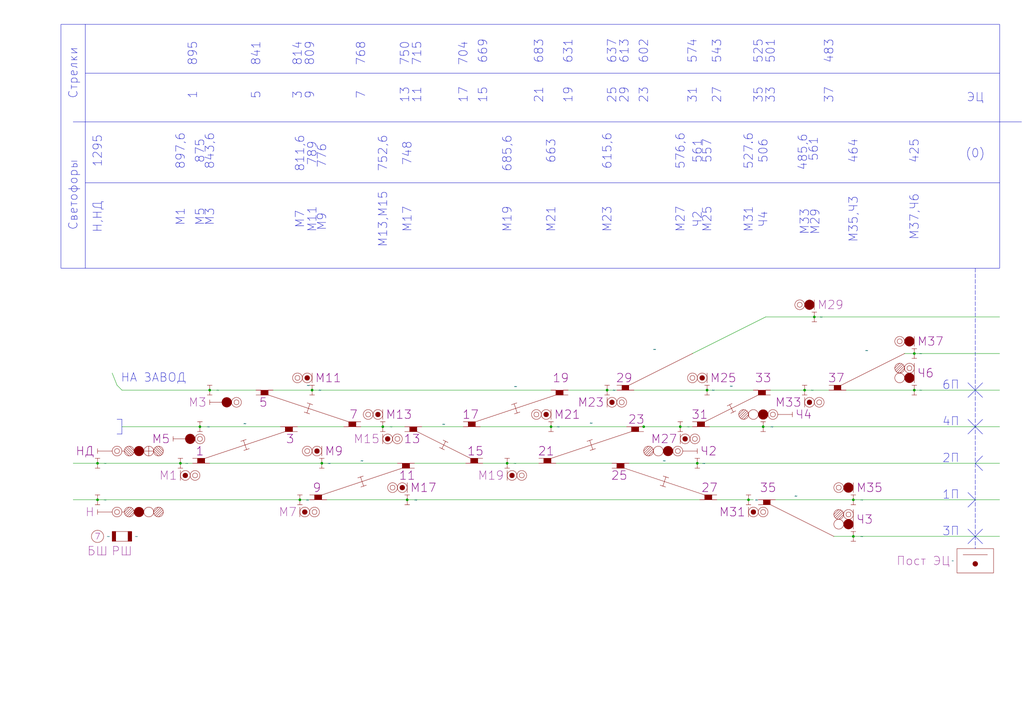
<source format=kicad_sch>
(kicad_sch (version 20231120) (generator "eeschema") (generator_version "8.0")
  (paper "A3")
  (title_block (company "АТ-451") (comment 2 "Михайлов А.К.") (comment 3 "Ворона В.К."))
  (lib_symbols
    (symbol "SCB:Входной" (pin_numbers hide) (pin_names (offset 0) hide)
      (property "Литера" "?" (at 1 0 0))
      (property "ДвухнитеваяК" "2" (at -17 3.5 0))
      (property "ДвухнитеваяЖ" "2" (at -25 3.5 0))
      (property "Двухнитевая2Ж" "2" (at -13 3.5 0))
      (property "ДвухнитеваяЗ" "2" (at -21 3.5 0))
      (property "ДвухнитеваяБ" "2" (at -8 3.5 0))
      (symbol "Входной_0_1"
        (circle (center -21 0) (radius 2))
        (polyline (pts (xy 0 -1) (xy 0 1)))
        (polyline (pts (xy 0 0) (xy -6 0)))
      )
      (symbol "Входной_1_1"
        (unit_name "Без заглушек")
        (circle (center -25 0) (radius 2))
        (circle (center -17 0) (radius 2) (fill (type outline)))
        (circle (center -13 0) (radius 2))
        (circle (center -8 0) (radius 1))
        (circle (center -8 0) (radius 2))
        (polyline (pts (xy -25 2) (xy -27 0)))
        (polyline (pts (xy -24.1875 1.8125) (xy -26.8125 -0.8125)))
        (polyline (pts (xy -23.625 1.375) (xy -26.375 -1.375)))
        (polyline (pts (xy -23.1875 0.8125) (xy -25.8125 -1.8125)))
        (polyline (pts (xy -23 0) (xy -25 -2)))
        (polyline (pts (xy -13 2) (xy -15 0)))
        (polyline (pts (xy -12.1875 1.8125) (xy -14.8125 -0.8125)))
        (polyline (pts (xy -11.625 1.375) (xy -14.375 -1.375)))
        (polyline (pts (xy -11.1875 0.8125) (xy -13.8125 -1.8125)))
        (polyline (pts (xy -11 0) (xy -13 -2)))
        (polyline (pts (xy -10 0) (xy -11 0)))
      )
      (symbol "Входной_2_1"
        (unit_name "Заглушка З")
        (circle (center -25 0) (radius 2))
        (circle (center -17 0) (radius 2) (fill (type outline)))
        (circle (center -13 0) (radius 2))
        (circle (center -8 0) (radius 1))
        (circle (center -8 0) (radius 2))
        (polyline (pts (xy -25 2) (xy -27 0)))
        (polyline (pts (xy -24.1875 1.8125) (xy -26.8125 -0.8125)))
        (polyline (pts (xy -23.625 1.375) (xy -26.375 -1.375)))
        (polyline (pts (xy -23.1875 0.8125) (xy -25.8125 -1.8125)))
        (polyline (pts (xy -23 0) (xy -25 -2)))
        (polyline (pts (xy -21 2) (xy -21 -2)))
        (polyline (pts (xy -19 0) (xy -23 0)))
        (polyline (pts (xy -13 2) (xy -15 0)))
        (polyline (pts (xy -12.1875 1.8125) (xy -14.8125 -0.8125)))
        (polyline (pts (xy -11.625 1.375) (xy -14.375 -1.375)))
        (polyline (pts (xy -11.1875 0.8125) (xy -13.8125 -1.8125)))
        (polyline (pts (xy -11 0) (xy -13 -2)))
        (polyline (pts (xy -10 0) (xy -11 0)))
      )
      (symbol "Входной_3_1"
        (unit_name "Заглушка ЗБ")
        (circle (center -25 0) (radius 2))
        (circle (center -17 0) (radius 2) (fill (type outline)))
        (circle (center -13 0) (radius 2))
        (circle (center -8 0) (radius 1))
        (circle (center -8 0) (radius 2))
        (polyline (pts (xy -25 2) (xy -27 0)))
        (polyline (pts (xy -24.1875 1.8125) (xy -26.8125 -0.8125)))
        (polyline (pts (xy -23.625 1.375) (xy -26.375 -1.375)))
        (polyline (pts (xy -23.1875 0.8125) (xy -25.8125 -1.8125)))
        (polyline (pts (xy -23 0) (xy -25 -2)))
        (polyline (pts (xy -23 0) (xy -19 0)))
        (polyline (pts (xy -21 2) (xy -21 -2)))
        (polyline (pts (xy -13 2) (xy -15 0)))
        (polyline (pts (xy -12.1875 1.8125) (xy -14.8125 -0.8125)))
        (polyline (pts (xy -11.625 1.375) (xy -14.375 -1.375)))
        (polyline (pts (xy -11.1875 0.8125) (xy -13.8125 -1.8125)))
        (polyline (pts (xy -11 0) (xy -13 -2)))
        (polyline (pts (xy -10 0) (xy -11 0)))
        (polyline (pts (xy -8 2) (xy -8 -2)))
        (polyline (pts (xy -6 0) (xy -10 0)))
      )
    )
    (symbol "SCB:Выходной" (pin_numbers hide) (pin_names (offset 0) hide)
      (property "Литера" "?" (at 1 0 0))
      (property "ДвухнитеваяК" "2" (at -12 3.5 0))
      (property "ДвухнитеваяЖ" "2" (at -20 3.5 0))
      (property "ДвухнитеваяЗ" "2" (at -16 3.5 0))
      (property "ДвухнитеваяБ" "2" (at -8 3.5 0))
      (symbol "Выходной_0_1"
        (circle (center -16 0) (radius 2))
        (polyline (pts (xy 0 -1) (xy 0 1)))
        (polyline (pts (xy 0 0) (xy -6 0)))
      )
      (symbol "Выходной_1_1"
        (unit_name "Без заглушек")
        (circle (center -20 0) (radius 2))
        (circle (center -12 0) (radius 2) (fill (type outline)))
        (circle (center -8 0) (radius 1))
        (circle (center -8 0) (radius 2))
        (polyline (pts (xy -20 2) (xy -22 0)))
        (polyline (pts (xy -19.1875 1.8125) (xy -21.8125 -0.8125)))
        (polyline (pts (xy -18.625 1.375) (xy -21.375 -1.375)))
        (polyline (pts (xy -18.1875 0.8125) (xy -20.8125 -1.8125)))
        (polyline (pts (xy -18 0) (xy -20 -2)))
      )
    )
    (symbol "SCB:Выходной_к" (pin_numbers hide) (pin_names (offset 0) hide)
      (property "Литера" "?" (at 1 0 0))
      (property "ДвухнитеваяК" "2" (at -2 -5.5 0))
      (property "ДвухнитеваяЖ" "2" (at -6 -5.5 0))
      (property "ДвухнитеваяЗ" "2" (at -6 5.5 0))
      (property "ДвухнитеваяБ" "2" (at -2 5.5 0))
      (symbol "Выходной_к_0_1"
        (circle (center -6 -2) (radius 2))
        (polyline (pts (xy 0 4) (xy 0 -4)))
      )
      (symbol "Выходной_к_1_1"
        (unit_name "Без заглушек")
        (circle (center -6 2) (radius 2))
        (circle (center -2 -2) (radius 2) (fill (type outline)))
        (circle (center -2 2) (radius 1))
        (circle (center -2 2) (radius 2))
        (polyline (pts (xy -6 4) (xy -8 2)))
        (polyline (pts (xy -5.1875 3.8125) (xy -7.8125 1.1875)))
        (polyline (pts (xy -4.625 3.375) (xy -7.375 0.625)))
        (polyline (pts (xy -4.1875 2.8125) (xy -6.8125 0.1875)))
        (polyline (pts (xy -4 2) (xy -6 0)))
      )
    )
    (symbol "SCB:Изостык" (pin_numbers hide) (pin_names (offset 0) hide)
      (symbol "Изостык_0_1"
        (polyline (pts (xy -1 -2) (xy 1 -2)))
        (polyline (pts (xy 0 -2) (xy 0 2)))
        (polyline (pts (xy 1 2) (xy -1 2)))
      )
      (symbol "Изостык_1_1"
        (unit_name "Одиночный")
        (pin unspecified line (at 0 0 90) (length 0) (name "привязка") (number ""))
      )
      (symbol "Изостык_2_1"
        (unit_name "Со светофором")
        (polyline (pts (xy -5 0) (xy 5 0)))
        (pin unspecified line (at 5 0 180) (length 0) (name "") (number ""))
        (pin unspecified line (at -5 0 0) (length 0) (name "привязка") (number ""))
      )
    )
    (symbol "SCB:Маневровый" (pin_numbers hide) (pin_names (offset 0) hide)
      (property "Литера" "?" (at 1 0 0))
      (symbol "Маневровый_0_1"
        (circle (center -11 0) (radius 1))
        (circle (center -11 0) (radius 2))
        (polyline (pts (xy 0 -1) (xy 0 1)))
        (polyline (pts (xy 0 0) (xy -5 0)))
      )
      (symbol "Маневровый_1_1"
        (unit_name "Красный")
        (circle (center -7 0) (radius 2) (fill (type outline)))
      )
      (symbol "Маневровый_2_1"
        (unit_name "Синий")
        (circle (center -7 0) (radius 1) (fill (type outline)))
        (circle (center -7 0) (radius 2))
      )
    )
    (symbol "SCB:Маневровый_к" (pin_numbers hide) (pin_names (offset 0) hide)
      (property "Литера" "?" (at 1 0 0))
      (symbol "Маневровый_к_0_1"
        (circle (center -6 0) (radius 1))
        (circle (center -6 0) (radius 2))
        (polyline (pts (xy 0 -2) (xy 0 2)))
      )
      (symbol "Маневровый_к_1_1"
        (unit_name "Красный")
        (circle (center -2 0) (radius 2) (fill (type outline)))
      )
      (symbol "Маневровый_к_2_1"
        (unit_name "Синий")
        (circle (center -2 0) (radius 1) (fill (type outline)))
        (circle (center -2 0) (radius 2))
      )
    )
    (symbol "SCB:Пост_ЭЦ" (pin_numbers hide) (pin_names (offset 0) hide)
      (property "Помещение" "Пост ЭЦ" (at 10 -5 0))
      (symbol "Пост_ЭЦ_0_1"
        (rectangle (start -7.5 0) (end 7.5 -10))
        (polyline (pts (xy -5 -2.5) (xy 5 -2.5)))
      )
      (symbol "Пост_ЭЦ_1_1"
        (circle (center 0 -6.25) (radius 1) (fill (type outline)))
      )
    )
    (symbol "SCB:Стрелка" (pin_numbers hide) (pin_names (offset 0) hide)
      (property "Номер" "1" (at 6 7 0))
      (symbol "Стрелка_0_1"
        (polyline (pts (xy 0 2) (xy 5 2) (xy 31 15)))
        (pin unspecified line (at 0 0 0) (length 5) (name "~") (number "1"))
        (pin unspecified line (at 31 15 180) (length 0) (name "") (number "2"))
        (pin unspecified line (at 7 0 180) (length 2) (name "~") (number "3"))
      )
      (symbol "Стрелка_2_1"
        (unit_name "К. замок")
        (polyline (pts (xy 2 0) (xy 2 4)))
        (rectangle (start 0 6) (end 2 4))
      )
      (symbol "Стрелка_3_1"
        (unit_name "К. замки")
        (polyline (pts (xy 2 0) (xy 2 4)))
        (rectangle (start 0 6) (end 2 4))
        (rectangle (start 2 6) (end 4 4))
      )
      (symbol "Стрелка_4_1"
        (unit_name "Эл. замок")
        (polyline (pts (xy 2 6) (xy 2 0)))
        (circle (center 2 4) (radius 2))
      )
      (symbol "Стрелка_5_1"
        (unit_name "ЭЦ")
        (rectangle (start 2 2) (end 5 0) (stroke (width -0.0001)) (fill (type outline)))
      )
      (symbol "Стрелка_6_1"
        (unit_name "Изостык")
        (polyline (pts (xy 19.25 11) (xy 17.25 10)))
        (polyline (pts (xy 19.75 7.5) (xy 18.25 10.5)))
        (polyline (pts (xy 20.75 8) (xy 18.75 7)))
        (rectangle (start 2 2) (end 5 0) (stroke (width -0.0001)) (fill (type outline)))
      )
      (symbol "Стрелка_7_1"
        (unit_name "Негабарит")
        (polyline (pts (xy 19.25 11) (xy 17.25 10)))
        (polyline (pts (xy 19.75 7.5) (xy 18.25 10.5)))
        (polyline (pts (xy 20.75 8) (xy 18.75 7)))
        (rectangle (start 2 2) (end 5 0) (stroke (width -0.0001)) (fill (type outline)))
        (circle (center 19 9) (radius 3))
      )
    )
    (symbol "SCB:Стрелка_спаренная" (pin_numbers hide) (pin_names (offset 0) hide)
      (property "Номер.стр.1" "1" (at 3 5 0))
      (property "Номер.стр.2" "3" (at 29 10 0))
      (symbol "Стрелка_спаренная_0_1"
        (polyline (pts (xy 0 2) (xy 5 2)))
        (polyline (pts (xy 5 2) (xy 27 13)))
        (polyline (pts (xy 16.25 9.5) (xy 14.25 8.5)))
        (polyline (pts (xy 16.75 6) (xy 15.25 9)))
        (polyline (pts (xy 17.75 6.5) (xy 15.75 5.5)))
        (polyline (pts (xy 27 13) (xy 32 13)))
        (pin unspecified line (at 0 0 0) (length 2) (name "~") (number "1"))
        (pin unspecified line (at 7 0 180) (length 2) (name "~") (number "1"))
        (pin unspecified line (at 25 15 0) (length 2) (name "~") (number "1"))
        (pin unspecified line (at 32 15 180) (length 2) (name "~") (number "1"))
      )
      (symbol "Стрелка_спаренная_1_1"
        (rectangle (start 2 2) (end 5 0) (fill (type outline)))
        (rectangle (start 27 15) (end 30 13) (fill (type outline)))
      )
    )
    (symbol "SCB:Стрелка_спаренная_15" (pin_numbers hide) (pin_names (offset 0) hide)
      (property "Номер.стр.1" "1" (at 3 5 0))
      (property "Номер.стр.2" "3" (at 40 10 0))
      (symbol "Стрелка_спаренная_15_0_1"
        (polyline (pts (xy 0 2) (xy 5 2)))
        (polyline (pts (xy 5 2) (xy 38 13)))
        (polyline (pts (xy 22 9.75) (xy 19.75 9)))
        (polyline (pts (xy 22.125 5.625) (xy 20.875 9.375)))
        (polyline (pts (xy 23.25 6) (xy 21 5.25)))
        (polyline (pts (xy 38 13) (xy 43 13)))
        (pin unspecified line (at 0 0 0) (length 2) (name "~") (number "1"))
        (pin unspecified line (at 7 0 180) (length 2) (name "~") (number "1"))
        (pin unspecified line (at 36 15 0) (length 2) (name "~") (number "1"))
        (pin unspecified line (at 43 15 180) (length 2) (name "~") (number "1"))
      )
      (symbol "Стрелка_спаренная_15_1_1"
        (rectangle (start 2 2) (end 5 0) (fill (type outline)))
        (rectangle (start 38 15) (end 41 13) (fill (type outline)))
      )
    )
    (symbol "SCB:Шкаф_релейный"
      (property "Шкаф" "РШ" (at 0 5 0))
      (symbol "Шкаф_релейный_0_1"
        (rectangle (start -4 2) (end 4 -2))
      )
      (symbol "Шкаф_релейный_1_1"
        (unit_name "Наружной установки")
        (rectangle (start -4 2) (end -2.5 -2) (fill (type outline)))
        (rectangle (start 2.5 2) (end 4 -2) (fill (type outline)))
      )
      (symbol "Шкаф_релейный_2_1"
        (unit_name "С телефоном")
        (rectangle (start -4 2) (end -2.5 -2) (fill (type outline)))
        (polyline (pts (xy -6 1.5) (xy -6 -1.5)))
        (polyline (pts (xy -4 0) (xy -6 0)))
        (rectangle (start 2.5 2) (end 4 -2) (fill (type outline)))
      )
      (symbol "Шкаф_релейный_3_1"
        (unit_name "Туннельной установки")
        (polyline (pts (xy -4 -0.5) (xy -2.5 0.5)))
        (polyline (pts (xy -2.5 2) (xy -2.5 -2)))
        (polyline (pts (xy 2.5 -0.5) (xy 4 0.5)))
        (polyline (pts (xy 2.5 2) (xy 2.5 -2)))
      )
    )
    (symbol "SCB:Ящик_батарейный"
      (property "Элементы" "7" (at 0 0 0))
      (property "Шкаф" "БШ" (at 0 6 0))
      (symbol "Ящик_батарейный_0_1"
        (circle (center 0 0) (radius 2.5))
      )
      (symbol "Ящик_батарейный_1_1"
        (pin power_out line (at 0 -2.5 90) (length 0) (name "") (number ""))
      )
    )
  )
  (junction (at 167 205))
  (junction (at 279 175))
  (junction (at 226 175))
  (junction (at 334 130))
  (junction (at 350 220))
  (junction (at 249 160))
  (junction (at 330 160))
  (junction (at 82 175))
  (junction (at 208 190))
  (junction (at 86 160))
  (junction (at 128 160))
  (junction (at 286 190))
  (junction (at 123 205))
  (junction (at 375 160))
  (junction (at 313 175))
  (junction (at 375 145))
  (junction (at 290 160))
  (junction (at 132 190))
  (junction (at 40 205))
  (junction (at 157 175))
  (junction (at 350 205))
  (junction (at 264 175))
  (junction (at 40 190))
  (junction (at 307 205))
  (junction (at 74 190))
  (wire (pts (xy 258 190) (xy 286 190)))
  (wire (pts (xy 112 160) (xy 128 160)))
  (wire (pts (xy 318 205) (xy 350 205)))
  (wire (pts (xy 286 190) (xy 410 190)))
  (polyline (pts (xy 35 30) (xy 410 30)))
  (polyline (pts (xy 35 75) (xy 410 75)))
  (polyline (pts (xy 397 202) (xy 400 205)))
  (polyline (pts (xy 397 157) (xy 403 163)))
  (wire (pts (xy 284 145) (xy 314 130)))
  (wire (pts (xy 342 220) (xy 350 220)))
  (polyline (pts (xy 30 50) (xy 419 50)))
  (polyline (pts (xy 403 187) (xy 400 190)))
  (polyline (pts (xy 397 172) (xy 403 178)))
  (wire (pts (xy 264 175) (xy 279 175)))
  (wire (pts (xy 134 205) (xy 167 205)))
  (wire (pts (xy 307 205) (xy 309 205)))
  (polyline (pts (xy 397 223) (xy 403 217)))
  (wire (pts (xy 313 175) (xy 410 175)))
  (wire (pts (xy 50 160) (xy 48 158)))
  (wire (pts (xy 350 205) (xy 410 205)))
  (wire (pts (xy 233 160) (xy 249 160)))
  (wire (pts (xy 167 205) (xy 287 205)))
  (wire (pts (xy 228 190) (xy 251 190)))
  (wire (pts (xy 86 160) (xy 105 160)))
  (wire (pts (xy 290 160) (xy 309 160)))
  (wire (pts (xy 197 175) (xy 226 175)))
  (polyline (pts (xy 48 172) (xy 50 172)))
  (wire (pts (xy 30 205) (xy 40 205)))
  (wire (pts (xy 30 190) (xy 40 190)))
  (wire (pts (xy 82 175) (xy 115 175)))
  (wire (pts (xy 262 175) (xy 264 175)))
  (polyline (pts (xy 35 10) (xy 35 110)))
  (wire (pts (xy 40 190) (xy 74 190)))
  (polyline (pts (xy 397 163) (xy 403 157)))
  (wire (pts (xy 314 130) (xy 334 130)))
  (wire (pts (xy 316 160) (xy 330 160)))
  (wire (pts (xy 226 175) (xy 257 175)))
  (wire (pts (xy 132 190) (xy 163 190)))
  (wire (pts (xy 50 175) (xy 82 175)))
  (wire (pts (xy 173 175) (xy 190 175)))
  (wire (pts (xy 50 160) (xy 86 160)))
  (polyline (pts (xy 403 193) (xy 400 190)))
  (wire (pts (xy 294 205) (xy 307 205)))
  (polyline (pts (xy 400 110) (xy 400 225)) (stroke (width 0) (type dash)))
  (wire (pts (xy 350 220) (xy 410 220)))
  (wire (pts (xy 291 175) (xy 313 175)))
  (wire (pts (xy 347 160) (xy 375 160)))
  (polyline (pts (xy 397 208) (xy 400 205)))
  (polyline (pts (xy 48 178) (xy 50 178)))
  (wire (pts (xy 170 190) (xy 191 190)))
  (wire (pts (xy 375 160) (xy 410 160)))
  (wire (pts (xy 157 175) (xy 166 175)))
  (wire (pts (xy 123 205) (xy 127 205)))
  (wire (pts (xy 46 153) (xy 48 158)))
  (wire (pts (xy 128 160) (xy 226 160)))
  (wire (pts (xy 86 190) (xy 132 190)))
  (wire (pts (xy 74 190) (xy 79 190)))
  (wire (pts (xy 148 175) (xy 157 175)))
  (wire (pts (xy 40 205) (xy 123 205)))
  (wire (pts (xy 249 160) (xy 253 160)))
  (wire (pts (xy 330 160) (xy 340 160)))
  (wire (pts (xy 375 145) (xy 410 145)))
  (polyline (pts (xy 397 178) (xy 403 172)))
  (wire (pts (xy 198 190) (xy 208 190)))
  (wire (pts (xy 122 175) (xy 141 175)))
  (wire (pts (xy 279 175) (xy 284 175)))
  (wire (pts (xy 260 160) (xy 290 160)))
  (polyline (pts (xy 50 172) (xy 50 178)))
  (wire (pts (xy 371 145) (xy 375 145)))
  (wire (pts (xy 208 190) (xy 221 190)))
  (polyline (pts (xy 397 217) (xy 403 223)))
  (wire (pts (xy 334 130) (xy 410 130)))
  (rectangle (start 25 10) (end 410 110))
  (text "602" (at 264 21 90) (effects (font (size 3.5 3.5))))
  (text "М1" (at 74 89 90) (effects (font (size 3.5 3.5))))
  (text "527.6" (at 307 62 90) (effects (font (size 3.5 3.5))))
  (text "574" (at 284 21 90) (effects (font (size 3.5 3.5))))
  (text "М21" (at 226 90 90) (effects (font (size 3.5 3.5))))
  (text "501" (at 316 21 90) (effects (font (size 3.5 3.5))))
  (text "768" (at 148 22 90) (effects (font (size 3.5 3.5))))
  (text "27" (at 294 39 90) (effects (font (size 3.5 3.5))))
  (text "М23" (at 249 90 90) (effects (font (size 3.5 3.5))))
  (text "М5" (at 82 89 90) (effects (font (size 3.5 3.5))))
  (text "631" (at 233 21 90) (effects (font (size 3.5 3.5))))
  (text "2П" (at 390 188 0) (effects (font (size 3.5 3.5))))
  (text "13" (at 166 39 90) (effects (font (size 3.5 3.5))))
  (text "875" (at 82 62 90) (effects (font (size 3.5 3.5))))
  (text "ЭЦ" (at 400 40 0) (effects (font (size 3.5 3.5))))
  (text "895" (at 79 22 90) (effects (font (size 3.5 3.5))))
  (text "1295" (at 40 62 90) (effects (font (size 3.5 3.5))))
  (text "561" (at 286 62 90) (effects (font (size 3.5 3.5))))
  (text "21" (at 221 39 90) (effects (font (size 3.5 3.5))))
  (text "663" (at 226 62 90) (effects (font (size 3.5 3.5))))
  (text "Стрелки" (at 30 30 90) (effects (font (size 3.5 3.5))))
  (text "29" (at 256 39 90) (effects (font (size 3.5 3.5))))
  (text "525\n" (at 311 21 90) (effects (font (size 3.5 3.5))))
  (text "1" (at 79 39 90) (effects (font (size 3.5 3.5))))
  (text "715" (at 171 22 90) (effects (font (size 3.5 3.5))))
  (text "17" (at 190 39 90) (effects (font (size 3.5 3.5))))
  (text "685,6" (at 208 63 90) (effects (font (size 3.5 3.5))))
  (text "3" (at 122 39 90) (effects (font (size 3.5 3.5))))
  (text "811,6" (at 123 63 90) (effects (font (size 3.5 3.5))))
  (text "НА ЗАВОД" (at 63 155 0) (effects (font (size 3.5 3.5))))
  (text "483" (at 340 21 90) (effects (font (size 3.5 3.5))))
  (text "М33" (at 330 91 90) (effects (font (size 3.5 3.5))))
  (text "543" (at 294 21 90) (effects (font (size 3.5 3.5))))
  (text "669" (at 198 21 90) (effects (font (size 3.5 3.5))))
  (text "3П" (at 390 218 0) (effects (font (size 3.5 3.5))))
  (text "М31" (at 307 90 90) (effects (font (size 3.5 3.5))))
  (text "25" (at 251 39 90) (effects (font (size 3.5 3.5))))
  (text "7" (at 148 39 90) (effects (font (size 3.5 3.5))))
  (text "(0)" (at 400 63 0) (effects (font (size 3.5 3.5))))
  (text "11" (at 171 39 90) (effects (font (size 3.5 3.5))))
  (text "Н,НД" (at 40 89 90) (effects (font (size 3.5 3.5))))
  (text "5" (at 105 39 90) (effects (font (size 3.5 3.5))))
  (text "19" (at 233 39 90) (effects (font (size 3.5 3.5))))
  (text "Ч2" (at 286 90 90) (effects (font (size 3.5 3.5))))
  (text "557" (at 290 62 90) (effects (font (size 3.5 3.5))))
  (text "776" (at 132 64 90) (effects (font (size 3.5 3.5))))
  (text "809" (at 127 22 90) (effects (font (size 3.5 3.5))))
  (text "843,6" (at 86 62 90) (effects (font (size 3.5 3.5))))
  (text "789" (at 128 63 90) (effects (font (size 3.5 3.5))))
  (text "23" (at 264 39 90) (effects (font (size 3.5 3.5))))
  (text "М7" (at 123 90 90) (effects (font (size 3.5 3.5))))
  (text "561" (at 333.66 61.23 90) (effects (font (size 3.5 3.5))))
  (text "37" (at 340 39 90) (effects (font (size 3.5 3.5))))
  (text "М27" (at 279 90 90) (effects (font (size 3.5 3.5))))
  (text "425" (at 375 62 90) (effects (font (size 3.5 3.5))))
  (text "35" (at 311 39 90) (effects (font (size 3.5 3.5))))
  (text "М37,Ч6" (at 375 89 90) (effects (font (size 3.5 3.5))))
  (text "33" (at 316 39 90) (effects (font (size 3.5 3.5))))
  (text "1П" (at 390 203 0) (effects (font (size 3.5 3.5))))
  (text "613" (at 256 21 90) (effects (font (size 3.5 3.5))))
  (text "М9" (at 132 91 90) (effects (font (size 3.5 3.5))))
  (text "М17" (at 167 90 90) (effects (font (size 3.5 3.5))))
  (text "637" (at 251 21 90) (effects (font (size 3.5 3.5))))
  (text "4П" (at 390 173 0) (effects (font (size 3.5 3.5))))
  (text "М35,Ч3" (at 350 90 90) (effects (font (size 3.5 3.5))))
  (text "485,6" (at 329.215 62.5 90) (effects (font (size 3.5 3.5))))
  (text "748" (at 167 63 90) (effects (font (size 3.5 3.5))))
  (text "704" (at 190 22 90) (effects (font (size 3.5 3.5))))
  (text "М3" (at 86 89 90) (effects (font (size 3.5 3.5))))
  (text "Светофоры" (at 30 80 90) (effects (font (size 3.5 3.5))))
  (text "752,6" (at 157 63 90) (effects (font (size 3.5 3.5))))
  (text "М25" (at 290 90 90) (effects (font (size 3.5 3.5))))
  (text "9" (at 127 39 90) (effects (font (size 3.5 3.5))))
  (text "Ч4" (at 313 90 90) (effects (font (size 3.5 3.5))))
  (text "750" (at 166 22 90) (effects (font (size 3.5 3.5))))
  (text "М13,М15" (at 157 90 90) (effects (font (size 3.5 3.5))))
  (text "М19" (at 208 90 90) (effects (font (size 3.5 3.5))))
  (text "814" (at 122 22 90) (effects (font (size 3.5 3.5))))
  (text "464" (at 350 62 90) (effects (font (size 3.5 3.5))))
  (text "683" (at 221 21 90) (effects (font (size 3.5 3.5))))
  (text "15" (at 198 39 90) (effects (font (size 3.5 3.5))))
  (text "6П" (at 390 158 0) (effects (font (size 3.5 3.5))))
  (text "М29" (at 334.295 91.075 90) (effects (font (size 3.5 3.5))))
  (text "31" (at 284 39 90) (effects (font (size 3.5 3.5))))
  (text "576,6" (at 279 62 90) (effects (font (size 3.5 3.5))))
  (text "897,6" (at 74 62 90) (effects (font (size 3.5 3.5))))
  (text "615,6" (at 249 62 90) (effects (font (size 3.5 3.5))))
  (text "841" (at 105 22 90) (effects (font (size 3.5 3.5))))
  (text "М11" (at 128 90 90) (effects (font (size 3.5 3.5))))
  (text "506" (at 313 62 90) (effects (font (size 3.5 3.5))))
  (symbol (lib_id "SCB:Маневровый_к") (at 279 180 180) (unit 2)
    (property "Reference" "Маневровый13" (effects (hide yes)))
    (property "Литера" "М27" (at 278 180 0) (effects (font (size 3.5 3.5)) (justify left)))
  )
  (symbol (lib_id "SCB:Изостык") (at 330 160 0) (unit 1)
    (property "Reference" "Изостык19" (effects (hide yes)))
    (property "Value" "~" (at 332.39 160 0) (effects (font (size 1.8 1.8)) (justify left)))
  )
  (symbol (lib_id "SCB:Маневровый") (at 86 165 0) (mirror y) (unit 1)
    (property "Reference" "Маневровый3" (effects (hide yes)))
    (property "Литера" "М3" (at 85 165 0) (effects (font (size 3.5 3.5)) (justify left)))
  )
  (symbol (lib_id "SCB:Маневровый_к") (at 226 170 0) (unit 2)
    (property "Reference" "Маневровый11" (effects (hide yes)))
    (property "Литера" "М21" (at 227 170 0) (effects (font (size 3.5 3.5)) (justify left)))
  )
  (symbol (lib_id "SCB:Изостык") (at 208 190 0) (unit 1)
    (property "Reference" "Изостык11" (effects (hide yes)))
    (property "Value" "~" (at 210.47 190 0) (effects (font (size 1.8 1.8)) (justify left)))
  )
  (symbol (lib_id "SCB:Стрелка_спаренная") (at 284 175 0) (unit 1)
    (property "Reference" "Стрелка7" (effects (hide yes)))
    (property "Value" "~" (at 300 158.35 0) (effects (font (size 1.8 1.8))))
    (property "Номер.стр.1" "31" (at 287 170 0) (effects (font (size 3.5 3.5))))
    (property "Номер.стр.2" "33" (at 313 155 0) (effects (font (size 3.5 3.5))))
  )
  (symbol (lib_id "SCB:Маневровый_к") (at 157 180 0) (mirror y) (unit 2)
    (property "Reference" "Маневровый8" (effects (hide yes)))
    (property "Литера" "М15" (at 156 180 0) (effects (font (size 3.5 3.5)) (justify left)))
  )
  (symbol (lib_id "SCB:Изостык") (at 157 175 0) (unit 1)
    (property "Reference" "Изостык9" (effects (hide yes)))
    (property "Value" "~" (at 159.67 175 0) (effects (font (size 1.8 1.8)) (justify left)))
  )
  (symbol (lib_id "SCB:Маневровый_к") (at 167 200 0) (unit 2)
    (property "Reference" "Маневровый9" (effects (hide yes)))
    (property "Литера" "М17" (at 168 200 0) (effects (font (size 3.5 3.5)) (justify left)))
  )
  (symbol (lib_id "SCB:Маневровый_к") (at 128 155 0) (unit 2)
    (property "Reference" "Маневровый5" (effects (hide yes)))
    (property "Литера" "М11" (at 129 155 0) (effects (font (size 3.5 3.5)) (justify left)))
  )
  (symbol (lib_id "SCB:Маневровый") (at 71 180 0) (mirror y) (unit 1)
    (property "Reference" "Маневровый1" (effects (hide yes)))
    (property "Литера" "М5" (at 70 180 0) (effects (font (size 3.5 3.5)) (justify left)))
  )
  (symbol (lib_id "SCB:Изостык") (at 334 130 0) (unit 1)
    (property "Reference" "Изостык20" (effects (hide yes)))
    (property "Value" "~" (at 336.86 130 0) (effects (font (size 1.8 1.8))))
  )
  (symbol (lib_id "SCB:Изостык") (at 226 175 0) (unit 1)
    (property "Reference" "Изостык12" (effects (hide yes)))
    (property "Value" "~" (at 228.25 175 0) (effects (font (size 1.8 1.8)) (justify left)))
  )
  (symbol (lib_id "SCB:Изостык") (at 350 220 0) (unit 1)
    (property "Reference" "Изостык22" (effects (hide yes)))
    (property "Value" "~" (at 352.71 220 0) (effects (font (size 1.8 1.8)) (justify left)))
  )
  (symbol (lib_id "SCB:Маневровый_к") (at 375 140 0) (unit 1)
    (property "Reference" "Маневровый5" (effects (hide yes)))
    (property "Литера" "М37" (at 376 140 0) (effects (font (size 3.5 3.5)) (justify left)))
  )
  (symbol (lib_id "SCB:Выходной") (at 286 185 0) (unit 1)
    (property "Reference" "Выходной1" (effects (hide yes)))
    (property "Литера" "Ч2" (at 287 185 0) (effects (font (size 3.5 3.5)) (justify left)))
    (property "ДвухнитеваяК" "2" (effects (hide yes)))
    (property "ДвухнитеваяЖ" "2" (effects (hide yes)))
    (property "ДвухнитеваяЗ" "2" (effects (hide yes)))
    (property "ДвухнитеваяБ" "2" (effects (hide yes)))
  )
  (symbol (lib_id "SCB:Изостык") (at 86 160 0) (unit 1)
    (property "Reference" "Изостык5" (effects (hide yes)))
    (property "Value" "~" (at 88.55 160 0) (effects (font (size 1.8 1.8)) (justify left)))
  )
  (symbol (lib_id "SCB:Шкаф_релейный") (at 50 220 0) (mirror x) (unit 1)
    (property "Reference" "РШ1" (effects (hide yes)))
    (property "Value" "~" (at 55.2 220 0) (effects (font (size 1.8 1.8)) (justify left)))
    (property "Шкаф" "РШ" (at 50 226 0) (effects (font (size 3.5 3.5))))
  )
  (symbol (lib_id "SCB:Маневровый_к") (at 330 165 180) (unit 2)
    (property "Reference" "Маневровый16" (effects (hide yes)))
    (property "Литера" "М33" (at 329 165 0) (effects (font (size 3.5 3.5)) (justify left)))
  )
  (symbol (lib_id "SCB:Изостык") (at 279 175 0) (unit 1)
    (property "Reference" "Изостык14" (effects (hide yes)))
    (property "Value" "~" (at 281.59 175 0) (effects (font (size 1.8 1.8)) (justify left)))
  )
  (symbol (lib_id "SCB:Входной") (at 40 185 0) (mirror y) (unit 2)
    (property "Reference" "Входной1" (effects (hide yes)))
    (property "Литера" "НД" (at 39 185 0) (effects (font (size 3.5 3.5)) (justify left)))
    (property "ДвухнитеваяК" "2" (effects (hide yes)))
    (property "ДвухнитеваяЖ" "2" (effects (hide yes)))
    (property "Двухнитевая2Ж" "2" (effects (hide yes)))
    (property "ДвухнитеваяЗ" "2" (effects (hide yes)))
    (property "ДвухнитеваяБ" "2" (effects (hide yes)))
  )
  (symbol (lib_id "SCB:Стрелка_спаренная_15") (at 148 175 0) (mirror y) (unit 1)
    (property "Reference" "Стрелка3" (effects (hide yes)))
    (property "Value" "~" (at 126.5 158.03 0) (effects (font (size 1.8 1.8))))
    (property "Номер.стр.1" "7" (at 145 170 0) (effects (font (size 3.5 3.5))))
    (property "Номер.стр.2" "5" (at 108 165 0) (effects (font (size 3.5 3.5))))
  )
  (symbol (lib_id "SCB:Стрелка") (at 340 160 0) (unit 5)
    (property "Reference" "C3" (effects (hide yes)))
    (property "Value" "~" (at 355.5 143.74 0) (effects (font (size 1.8 1.8))))
    (property "Номер" "37" (at 343 155 0) (effects (font (size 3.5 3.5))))
  )
  (symbol (lib_id "SCB:Изостык") (at 313 175 0) (unit 1)
    (property "Reference" "Изостык18" (effects (hide yes)))
    (property "Value" "~" (at 315.88 175 0) (effects (font (size 1.8 1.8)) (justify left)))
  )
  (symbol (lib_id "SCB:Маневровый_к") (at 74 195 0) (mirror y) (unit 2)
    (property "Reference" "Маневровый2" (effects (hide yes)))
    (property "Литера" "М1" (at 73 195 0) (effects (font (size 3.5 3.5)) (justify left)))
  )
  (symbol (lib_id "SCB:Стрелка_спаренная_15") (at 127 205 0) (unit 1)
    (property "Reference" "Стрелка2" (effects (hide yes)))
    (property "Value" "~" (at 148.5 188.96 0) (effects (font (size 1.8 1.8))))
    (property "Номер.стр.1" "9" (at 130 200 0) (effects (font (size 3.5 3.5))))
    (property "Номер.стр.2" "11" (at 167 195 0) (effects (font (size 3.5 3.5))))
  )
  (symbol (lib_id "SCB:Изостык") (at 74 190 0) (unit 1)
    (property "Reference" "Изостык3" (effects (hide yes)))
    (property "Value" "~" (at 75.85 190 0) (effects (font (size 1.8 1.8)) (justify left)))
  )
  (symbol (lib_id "SCB:Стрелка_спаренная_15") (at 221 190 0) (unit 1)
    (property "Reference" "Стрелка6" (effects (hide yes)))
    (property "Value" "~" (at 242.5 173.5 0) (effects (font (size 1.8 1.8))))
    (property "Номер.стр.1" "21" (at 224 185 0) (effects (font (size 3.5 3.5))))
    (property "Номер.стр.2" "23" (at 261 172 0) (effects (font (size 3.5 3.5))))
  )
  (symbol (lib_id "SCB:Маневровый_к") (at 208 195 0) (mirror y) (unit 2)
    (property "Reference" "Маневровый10" (effects (hide yes)))
    (property "Литера" "М19" (at 207 195 0) (effects (font (size 3.5 3.5)) (justify left)))
  )
  (symbol (lib_id "SCB:Пост_ЭЦ") (at 400 225 0) (mirror y) (unit 1)
    (property "Reference" "ЭЦ1" (effects (hide yes)))
    (property "Value" "~" (at 391.34 230 0) (effects (justify left)))
    (property "Помещение" "Пост ЭЦ" (at 390 230 0) (effects (font (size 3.5 3.5)) (justify left)))
  )
  (symbol (lib_id "SCB:Изостык") (at 375 145 0) (unit 1)
    (property "Reference" "Изостык23" (effects (hide yes)))
    (property "Value" "~" (at 376.84 145 0) (effects (font (size 1.8 1.8)) (justify left)))
  )
  (symbol (lib_id "SCB:Изостык") (at 249 160 0) (unit 1)
    (property "Reference" "Изостык13" (effects (hide yes)))
    (property "Value" "~" (at 251.11 160 0) (effects (font (size 1.8 1.8)) (justify left)))
  )
  (symbol (lib_id "SCB:Выходной_к") (at 375 153 0) (unit 1)
    (property "Reference" "Выходной4" (effects (hide yes)))
    (property "Литера" "Ч6" (at 376 153 0) (effects (font (size 3.5 3.5)) (justify left)))
    (property "ДвухнитеваяК" "2" (effects (hide yes)))
    (property "ДвухнитеваяЖ" "2" (effects (hide yes)))
    (property "ДвухнитеваяЗ" "2" (effects (hide yes)))
    (property "ДвухнитеваяБ" "2" (effects (hide yes)))
  )
  (symbol (lib_id "SCB:Изостык") (at 132 190 0) (unit 1)
    (property "Reference" "Изостык8" (effects (hide yes)))
    (property "Value" "~" (at 134.27 190 0) (effects (font (size 1.8 1.8)) (justify left)))
  )
  (symbol (lib_id "SCB:Изостык") (at 167 205 0) (unit 1)
    (property "Reference" "Изостык10" (effects (hide yes)))
    (property "Value" "~" (at 169.83 205 0) (effects (font (size 1.8 1.8)) (justify left)))
  )
  (symbol (lib_id "SCB:Ящик_батарейный") (at 40 220 0) (mirror x) (unit 1)
    (property "Reference" "БШ1" (effects (hide yes)))
    (property "Value" "~" (at 43.69 220 0) (effects (font (size 1.8 1.8)) (justify left)))
    (property "Элементы" "7" (at 40 220 0) (effects (font (size 2.5 2.5))))
    (property "Шкаф" "БШ" (at 40 226 0) (effects (font (size 3.5 3.5))))
  )
  (symbol (lib_id "SCB:Маневровый_к") (at 334 125 0) (unit 1)
    (property "Reference" "Маневровый2" (effects (hide yes)))
    (property "Литера" "М29" (at 335 125 0) (effects (font (size 3.5 3.5)) (justify left)))
  )
  (symbol (lib_id "SCB:Изостык") (at 350 205 0) (unit 1)
    (property "Reference" "Изостык21" (effects (hide yes)))
    (property "Value" "~" (at 352.71 205 0) (effects (font (size 1.8 1.8)) (justify left)))
  )
  (symbol (lib_id "SCB:Выходной") (at 325 170 0) (unit 1)
    (property "Reference" "Выходной2" (effects (hide yes)))
    (property "Литера" "Ч4" (at 326 170 0) (effects (font (size 3.5 3.5)) (justify left)))
    (property "ДвухнитеваяК" "2" (effects (hide yes)))
    (property "ДвухнитеваяЖ" "2" (effects (hide yes)))
    (property "ДвухнитеваяЗ" "2" (effects (hide yes)))
    (property "ДвухнитеваяБ" "2" (effects (hide yes)))
  )
  (symbol (lib_id "SCB:Маневровый_к") (at 123 210 180) (unit 2)
    (property "Reference" "Маневровый4" (effects (hide yes)))
    (property "Литера" "М7" (at 122 210 0) (effects (font (size 3.5 3.5)) (justify left)))
  )
  (symbol (lib_id "SCB:Изостык") (at 40 190 0) (unit 1)
    (property "Reference" "Изостык1" (effects (hide yes)))
    (property "Value" "~" (at 42.37 190 0) (effects (font (size 1.8 1.8)) (justify left)))
  )
  (symbol (lib_id "SCB:Изостык") (at 40 205 0) (unit 1)
    (property "Reference" "Изостык2" (effects (hide yes)))
    (property "Value" "~" (at 42.37 205 0) (effects (font (size 1.8 1.8)) (justify left)))
  )
  (symbol (lib_id "SCB:Маневровый_к") (at 350 200 0) (unit 1)
    (property "Reference" "Маневровый4" (effects (hide yes)))
    (property "Литера" "М35" (at 351 200 0) (effects (font (size 3.5 3.5)) (justify left)))
  )
  (symbol (lib_id "SCB:Стрелка_спаренная_15") (at 294 205 0) (mirror y) (unit 1)
    (property "Reference" "Стрелка8" (effects (hide yes)))
    (property "Value" "~" (at 272.5 188.96 0) (effects (font (size 1.8 1.8))))
    (property "Номер.стр.1" "27" (at 291 200 0) (effects (font (size 3.5 3.5))))
    (property "Номер.стр.2" "25" (at 254 195 0) (effects (font (size 3.5 3.5))))
  )
  (symbol (lib_id "SCB:Изостык") (at 375 160 0) (unit 1)
    (property "Reference" "Изостык24" (effects (hide yes)))
    (property "Value" "~" (at 376.84 160 0) (effects (font (size 1.8 1.8)) (justify left)))
  )
  (symbol (lib_id "SCB:Изостык") (at 82 175 0) (unit 1)
    (property "Reference" "Изостык4" (effects (hide yes)))
    (property "Value" "~" (at 84.74 175 0) (effects (font (size 1.8 1.8)) (justify left)))
  )
  (symbol (lib_id "SCB:Стрелка_спаренная_15") (at 190 175 0) (unit 1)
    (property "Reference" "Стрелка4" (effects (hide yes)))
    (property "Value" "~" (at 211.5 158.5 0) (effects (font (size 1.8 1.8))))
    (property "Номер.стр.1" "17" (at 193 170 0) (effects (font (size 3.5 3.5))))
    (property "Номер.стр.2" "19" (at 230 155 0) (effects (font (size 3.5 3.5))))
  )
  (symbol (lib_id "SCB:Стрелка_спаренная_15") (at 79 190 0) (unit 1)
    (property "Reference" "Стрелка1" (effects (hide yes)))
    (property "Value" "~" (at 100.5 173.72 0) (effects (font (size 1.8 1.8))))
    (property "Номер.стр.1" "1" (at 82 185 0) (effects (font (size 3.5 3.5))))
    (property "Номер.стр.2" "3" (at 119 180 0) (effects (font (size 3.5 3.5))))
  )
  (symbol (lib_id "SCB:Выходной_к") (at 350 213 0) (unit 1)
    (property "Reference" "Выходной3" (effects (hide yes)))
    (property "Литера" "Ч3" (at 351 213 0) (effects (font (size 3.5 3.5)) (justify left)))
    (property "ДвухнитеваяК" "2" (effects (hide yes)))
    (property "ДвухнитеваяЖ" "2" (effects (hide yes)))
    (property "ДвухнитеваяЗ" "2" (effects (hide yes)))
    (property "ДвухнитеваяБ" "2" (effects (hide yes)))
  )
  (symbol (lib_id "SCB:Стрелка") (at 311 205 0) (mirror x) (unit 5)
    (property "Reference" "C2" (effects (hide yes)))
    (property "Value" "~" (at 326.5 203.43 0) (effects (font (size 1.8 1.8))))
    (property "Номер" "35" (at 315 200 0) (effects (font (size 3.5 3.5))))
  )
  (symbol (lib_id "SCB:Стрелка") (at 253 160 0) (unit 5)
    (property "Reference" "C1" (effects (hide yes)))
    (property "Value" "~" (at 268.5 143.26 0) (effects (font (size 1.8 1.8))))
    (property "Номер" "29" (at 256 155 0) (effects (font (size 3.5 3.5))))
  )
  (symbol (lib_id "SCB:Изостык") (at 123 205 0) (unit 1)
    (property "Reference" "Изостык6" (effects (hide yes)))
    (property "Value" "~" (at 125.38 205 0) (effects (font (size 1.8 1.8)) (justify left)))
  )
  (symbol (lib_id "SCB:Изостык") (at 307 205 0) (unit 1)
    (property "Reference" "Изостык17" (effects (hide yes)))
    (property "Value" "~" (at 309.53 205 0) (effects (font (size 1.8 1.8)) (justify left)))
  )
  (symbol (lib_id "SCB:Маневровый_к") (at 290 155 0) (unit 2)
    (property "Reference" "Маневровый14" (effects (hide yes)))
    (property "Литера" "М25" (at 291 155 0) (effects (font (size 3.5 3.5)) (justify left)))
  )
  (symbol (lib_id "SCB:Маневровый_к") (at 132 185 0) (unit 2)
    (property "Reference" "Маневровый6" (effects (hide yes)))
    (property "Литера" "М9" (at 133 185 0) (effects (font (size 3.5 3.5)) (justify left)))
  )
  (symbol (lib_id "SCB:Стрелка_спаренная") (at 198 190 0) (mirror y) (unit 1)
    (property "Reference" "Стрелка5" (effects (hide yes)))
    (property "Value" "~" (at 182 173.96 0) (effects (font (size 1.8 1.8))))
    (property "Номер.стр.1" "15" (at 195 185 0) (effects (font (size 3.5 3.5))))
    (property "Номер.стр.2" "13" (at 169 180 0) (effects (font (size 3.5 3.5))))
  )
  (symbol (lib_id "SCB:Маневровый_к") (at 249 165 180) (unit 2)
    (property "Reference" "Маневровый12" (effects (hide yes)))
    (property "Литера" "М23" (at 248 165 0) (effects (font (size 3.5 3.5)) (justify left)))
  )
  (symbol (lib_id "SCB:Входной") (at 40 210 180) (unit 1)
    (property "Reference" "Входной1" (effects (hide yes)))
    (property "Литера" "Н" (at 39 210 0) (effects (font (size 3.5 3.5)) (justify left)))
    (property "ДвухнитеваяК" "2" (effects (hide yes)))
    (property "ДвухнитеваяЖ" "2" (effects (hide yes)))
    (property "Двухнитевая2Ж" "2" (effects (hide yes)))
    (property "ДвухнитеваяЗ" "2" (effects (hide yes)))
    (property "ДвухнитеваяБ" "2" (effects (hide yes)))
  )
  (symbol (lib_id "SCB:Маневровый_к") (at 307 210 180) (unit 2)
    (property "Reference" "Маневровый15" (effects (hide yes)))
    (property "Литера" "М31" (at 306 210 0) (effects (font (size 3.5 3.5)) (justify left)))
  )
  (symbol (lib_id "SCB:Маневровый_к") (at 157 170 0) (unit 2)
    (property "Reference" "Маневровый7" (effects (hide yes)))
    (property "Литера" "М13" (at 158 170 0) (effects (font (size 3.5 3.5)) (justify left)))
  )
  (symbol (lib_id "SCB:Изостык") (at 128 160 0) (unit 1)
    (property "Reference" "Изостык7" (effects (hide yes)))
    (property "Value" "~" (at 130.46 160 0) (effects (font (size 1.8 1.8)) (justify left)))
  )
  (symbol (lib_id "SCB:Изостык") (at 286 190 0) (unit 1)
    (property "Reference" "Изостык15" (effects (hide yes)))
    (property "Value" "~" (at 287.94 190 0) (effects (font (size 1.8 1.8)) (justify left)))
  )
  (symbol (lib_id "SCB:Изостык") (at 290 160 0) (unit 1)
    (property "Reference" "Изостык16" (effects (hide yes)))
    (property "Value" "~" (at 291.75 160 0) (effects (font (size 1.8 1.8)) (justify left)))
  )
  (sheet (at 430 270) (size 13 4) (stroke (width 0.1524))
    (property "Sheetname" "Двухниточный_план_станции" (at 430 269.2884 0) (effects (justify left bottom)))
    (property "Sheetfile" "двухниточный.kicad_sch" (at 430 274.5846 0) (effects (justify left top)))
  )
  (sheet (at 430 280) (size 13 4) (stroke (width 0.1524))
    (property "Sheetname" "Канализация_тягового_тока" (at 430 279.2884 0) (effects (justify left bottom)))
    (property "Sheetfile" "канализация.kicad_sch" (at 430 284.5846 0) (effects (justify left top)))
  )
)
</source>
